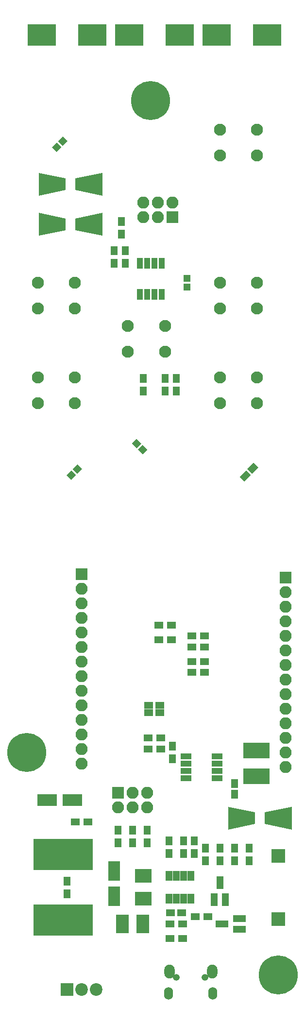
<source format=gbr>
G04 #@! TF.FileFunction,Soldermask,Bot*
%FSLAX46Y46*%
G04 Gerber Fmt 4.6, Leading zero omitted, Abs format (unit mm)*
G04 Created by KiCad (PCBNEW 4.0.7) date 07/30/18 15:36:35*
%MOMM*%
%LPD*%
G01*
G04 APERTURE LIST*
%ADD10C,0.100000*%
%ADD11C,2.100000*%
%ADD12R,1.000000X1.950000*%
%ADD13R,1.150000X1.600000*%
%ADD14R,1.600000X1.150000*%
%ADD15R,2.900000X2.400000*%
%ADD16R,1.150000X1.200000*%
%ADD17R,4.900000X3.700000*%
%ADD18R,2.178000X3.194000*%
%ADD19R,10.400000X5.400000*%
%ADD20R,2.100000X2.100000*%
%ADD21O,2.100000X2.100000*%
%ADD22O,1.850000X2.400000*%
%ADD23O,1.550000X2.200000*%
%ADD24O,1.200000X1.200000*%
%ADD25R,4.600000X2.800000*%
%ADD26R,2.398980X2.398980*%
%ADD27R,2.300000X1.200000*%
%ADD28R,1.200000X2.300000*%
%ADD29R,1.600000X1.300000*%
%ADD30R,1.300000X1.600000*%
%ADD31C,6.800000*%
%ADD32C,1.200000*%
%ADD33R,1.950000X1.000000*%
%ADD34R,1.160000X1.800000*%
%ADD35R,2.200000X2.200000*%
%ADD36C,2.200000*%
%ADD37R,3.400000X2.000000*%
%ADD38R,2.000000X3.400000*%
G04 APERTURE END LIST*
D10*
D11*
X62715000Y-72335000D03*
X69215000Y-72335000D03*
X62715000Y-76835000D03*
X69215000Y-76835000D03*
D12*
X68580000Y-66835000D03*
X67310000Y-66835000D03*
X66040000Y-66835000D03*
X64770000Y-66835000D03*
X64770000Y-61435000D03*
X66040000Y-61435000D03*
X67310000Y-61435000D03*
X68580000Y-61435000D03*
D13*
X81280000Y-152085000D03*
X81280000Y-153985000D03*
D14*
X66360000Y-138430000D03*
X68260000Y-138430000D03*
X66360000Y-139700000D03*
X68260000Y-139700000D03*
X70170000Y-174625000D03*
X72070000Y-174625000D03*
D15*
X65405000Y-168180000D03*
X65405000Y-172180000D03*
D10*
G36*
X82989150Y-99434023D02*
X82175977Y-98620850D01*
X83307348Y-97489479D01*
X84120521Y-98302652D01*
X82989150Y-99434023D01*
X82989150Y-99434023D01*
G37*
G36*
X84332652Y-98090521D02*
X83519479Y-97277348D01*
X84650850Y-96145977D01*
X85464023Y-96959150D01*
X84332652Y-98090521D01*
X84332652Y-98090521D01*
G37*
G36*
X53852652Y-98090520D02*
X53039480Y-97277348D01*
X53888008Y-96428820D01*
X54701180Y-97241992D01*
X53852652Y-98090520D01*
X53852652Y-98090520D01*
G37*
G36*
X52791992Y-99151180D02*
X51978820Y-98338008D01*
X52827348Y-97489480D01*
X53640520Y-98302652D01*
X52791992Y-99151180D01*
X52791992Y-99151180D01*
G37*
G36*
X65070520Y-92832348D02*
X64257348Y-93645520D01*
X63408820Y-92796992D01*
X64221992Y-91983820D01*
X65070520Y-92832348D01*
X65070520Y-92832348D01*
G37*
G36*
X66131180Y-93893008D02*
X65318008Y-94706180D01*
X64469480Y-93857652D01*
X65282652Y-93044480D01*
X66131180Y-93893008D01*
X66131180Y-93893008D01*
G37*
G36*
X50287348Y-40339480D02*
X51100520Y-41152652D01*
X50251992Y-42001180D01*
X49438820Y-41188008D01*
X50287348Y-40339480D01*
X50287348Y-40339480D01*
G37*
G36*
X51348008Y-39278820D02*
X52161180Y-40091992D01*
X51312652Y-40940520D01*
X50499480Y-40127348D01*
X51348008Y-39278820D01*
X51348008Y-39278820D01*
G37*
D16*
X73025000Y-65520000D03*
X73025000Y-64020000D03*
D17*
X47670000Y-21590000D03*
X56470000Y-21590000D03*
X62910000Y-21590000D03*
X71710000Y-21590000D03*
X78150000Y-21590000D03*
X86950000Y-21590000D03*
D18*
X65278000Y-176530000D03*
X61722000Y-176530000D03*
D19*
X51435000Y-175895000D03*
X51435000Y-164465000D03*
D20*
X54610000Y-115570000D03*
D21*
X54610000Y-118110000D03*
X54610000Y-120650000D03*
X54610000Y-123190000D03*
X54610000Y-125730000D03*
X54610000Y-128270000D03*
X54610000Y-130810000D03*
X54610000Y-133350000D03*
X54610000Y-135890000D03*
X54610000Y-138430000D03*
X54610000Y-140970000D03*
X54610000Y-143510000D03*
X54610000Y-146050000D03*
X54610000Y-148590000D03*
D20*
X90170000Y-116205000D03*
D21*
X90170000Y-118745000D03*
X90170000Y-121285000D03*
X90170000Y-123825000D03*
X90170000Y-126365000D03*
X90170000Y-128905000D03*
X90170000Y-131445000D03*
X90170000Y-133985000D03*
X90170000Y-136525000D03*
X90170000Y-139065000D03*
X90170000Y-141605000D03*
X90170000Y-144145000D03*
X90170000Y-146685000D03*
X90170000Y-149225000D03*
D20*
X60960000Y-153670000D03*
D21*
X60960000Y-156210000D03*
X63500000Y-153670000D03*
X63500000Y-156210000D03*
X66040000Y-153670000D03*
X66040000Y-156210000D03*
D22*
X69935000Y-184840000D03*
X77385000Y-184840000D03*
D23*
X69785000Y-188640000D03*
X77535000Y-188640000D03*
D24*
X71160000Y-185890000D03*
X76160000Y-185890000D03*
D20*
X70485000Y-53340000D03*
D21*
X70485000Y-50800000D03*
X67945000Y-53340000D03*
X67945000Y-50800000D03*
X65405000Y-53340000D03*
X65405000Y-50800000D03*
D25*
X85090000Y-150840000D03*
X85090000Y-146340000D03*
D26*
X88900000Y-175681640D03*
X88900000Y-164678360D03*
D27*
X82145000Y-175580000D03*
X82145000Y-177480000D03*
X79145000Y-176530000D03*
D28*
X79690000Y-172315000D03*
X77790000Y-172315000D03*
X78740000Y-169315000D03*
D29*
X68115000Y-127000000D03*
X70315000Y-127000000D03*
X68115000Y-124460000D03*
X70315000Y-124460000D03*
D30*
X70485000Y-145585000D03*
X70485000Y-147785000D03*
D29*
X66210000Y-144145000D03*
X68410000Y-144145000D03*
X66210000Y-146050000D03*
X68410000Y-146050000D03*
X70020000Y-179070000D03*
X72220000Y-179070000D03*
X70020000Y-176530000D03*
X72220000Y-176530000D03*
X53510000Y-158750000D03*
X55710000Y-158750000D03*
X73830000Y-130810000D03*
X76030000Y-130810000D03*
X76030000Y-132715000D03*
X73830000Y-132715000D03*
X73830000Y-128270000D03*
X76030000Y-128270000D03*
X76030000Y-126365000D03*
X73830000Y-126365000D03*
D30*
X83820000Y-163365000D03*
X83820000Y-165565000D03*
X81280000Y-163365000D03*
X81280000Y-165565000D03*
X60960000Y-160190000D03*
X60960000Y-162390000D03*
X63500000Y-160190000D03*
X63500000Y-162390000D03*
X66040000Y-162390000D03*
X66040000Y-160190000D03*
D29*
X74465000Y-175260000D03*
X76665000Y-175260000D03*
D30*
X76200000Y-163365000D03*
X76200000Y-165565000D03*
X78740000Y-163365000D03*
X78740000Y-165565000D03*
X72390000Y-162095000D03*
X72390000Y-164295000D03*
X74295000Y-164295000D03*
X74295000Y-162095000D03*
X69850000Y-162095000D03*
X69850000Y-164295000D03*
X61595000Y-56345000D03*
X61595000Y-54145000D03*
X60325000Y-61425000D03*
X60325000Y-59225000D03*
X62230000Y-61425000D03*
X62230000Y-59225000D03*
X71120000Y-83650000D03*
X71120000Y-81450000D03*
X65405000Y-83650000D03*
X65405000Y-81450000D03*
X69215000Y-83650000D03*
X69215000Y-81450000D03*
D11*
X85240000Y-42600000D03*
X78740000Y-42600000D03*
X85240000Y-38100000D03*
X78740000Y-38100000D03*
X85240000Y-69270000D03*
X78740000Y-69270000D03*
X85240000Y-64770000D03*
X78740000Y-64770000D03*
X85240000Y-85780000D03*
X78740000Y-85780000D03*
X85240000Y-81280000D03*
X78740000Y-81280000D03*
X53490000Y-69270000D03*
X46990000Y-69270000D03*
X53490000Y-64770000D03*
X46990000Y-64770000D03*
X53490000Y-85780000D03*
X46990000Y-85780000D03*
X53490000Y-81280000D03*
X46990000Y-81280000D03*
D31*
X45085000Y-146685000D03*
D32*
X47485000Y-146685000D03*
X46782056Y-148382056D03*
X45085000Y-149085000D03*
X43387944Y-148382056D03*
X42685000Y-146685000D03*
X43387944Y-144987944D03*
X45085000Y-144285000D03*
X46782056Y-144987944D03*
D31*
X88900000Y-185420000D03*
D32*
X91300000Y-185420000D03*
X90597056Y-187117056D03*
X88900000Y-187820000D03*
X87202944Y-187117056D03*
X86500000Y-185420000D03*
X87202944Y-183722944D03*
X88900000Y-183020000D03*
X90597056Y-183722944D03*
D31*
X66675000Y-33020000D03*
D32*
X69075000Y-33020000D03*
X68372056Y-34717056D03*
X66675000Y-35420000D03*
X64977944Y-34717056D03*
X64275000Y-33020000D03*
X64977944Y-31322944D03*
X66675000Y-30620000D03*
X68372056Y-31322944D03*
D33*
X78265000Y-147320000D03*
X78265000Y-148590000D03*
X78265000Y-149860000D03*
X78265000Y-151130000D03*
X72865000Y-151130000D03*
X72865000Y-149860000D03*
X72865000Y-148590000D03*
X72865000Y-147320000D03*
D34*
X73660000Y-168180000D03*
X73660000Y-172180000D03*
X72390000Y-168180000D03*
X72390000Y-172180000D03*
X71120000Y-168180000D03*
X71120000Y-172180000D03*
X69850000Y-168180000D03*
X69850000Y-172180000D03*
D35*
X52070000Y-187960000D03*
D36*
X54610000Y-187960000D03*
X57150000Y-187960000D03*
D30*
X52070000Y-169080000D03*
X52070000Y-171280000D03*
D37*
X53000000Y-154940000D03*
X48600000Y-154940000D03*
D38*
X60325000Y-171745000D03*
X60325000Y-167345000D03*
D10*
G36*
X80175000Y-160115000D02*
X80175000Y-156115000D01*
X84875000Y-157115000D01*
X84875000Y-159115000D01*
X80175000Y-160115000D01*
X80175000Y-160115000D01*
G37*
G36*
X91275000Y-156115000D02*
X91275000Y-160115000D01*
X86575000Y-159115000D01*
X86575000Y-157115000D01*
X91275000Y-156115000D01*
X91275000Y-156115000D01*
G37*
G36*
X58255000Y-45625000D02*
X58255000Y-49625000D01*
X53555000Y-48625000D01*
X53555000Y-46625000D01*
X58255000Y-45625000D01*
X58255000Y-45625000D01*
G37*
G36*
X47155000Y-49625000D02*
X47155000Y-45625000D01*
X51855000Y-46625000D01*
X51855000Y-48625000D01*
X47155000Y-49625000D01*
X47155000Y-49625000D01*
G37*
G36*
X58255000Y-52610000D02*
X58255000Y-56610000D01*
X53555000Y-55610000D01*
X53555000Y-53610000D01*
X58255000Y-52610000D01*
X58255000Y-52610000D01*
G37*
G36*
X47155000Y-56610000D02*
X47155000Y-52610000D01*
X51855000Y-53610000D01*
X51855000Y-55610000D01*
X47155000Y-56610000D01*
X47155000Y-56610000D01*
G37*
M02*

</source>
